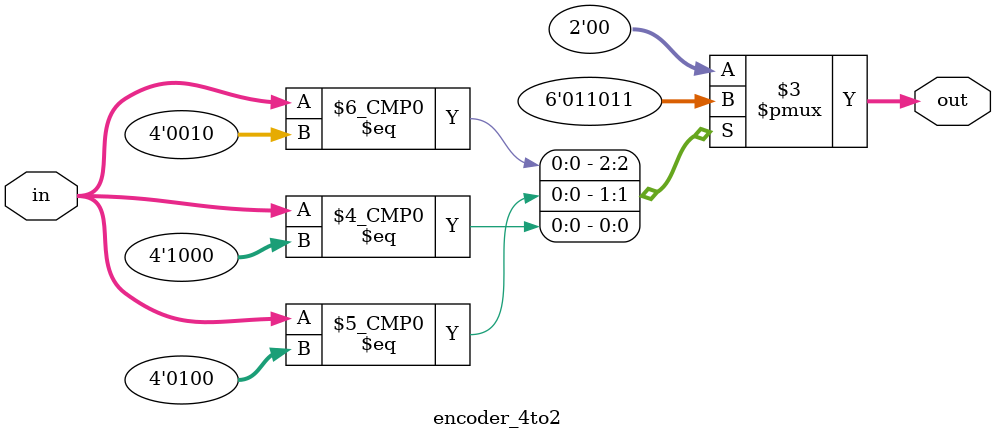
<source format=v>
`timescale 1ps/1ps

module encoder_4to2 (
    input [3:0] in,
    output [1:0] out,
);

always @ (in) begin
    case (in)
        4'b0001: out = 2'b00;
        4'b0010: out = 2'b01;
        4'b0100: out = 2'b10;
        4'b1000: out = 2'b11;
        default: out = 2'b00;
    endcase
end

endmodule

</source>
